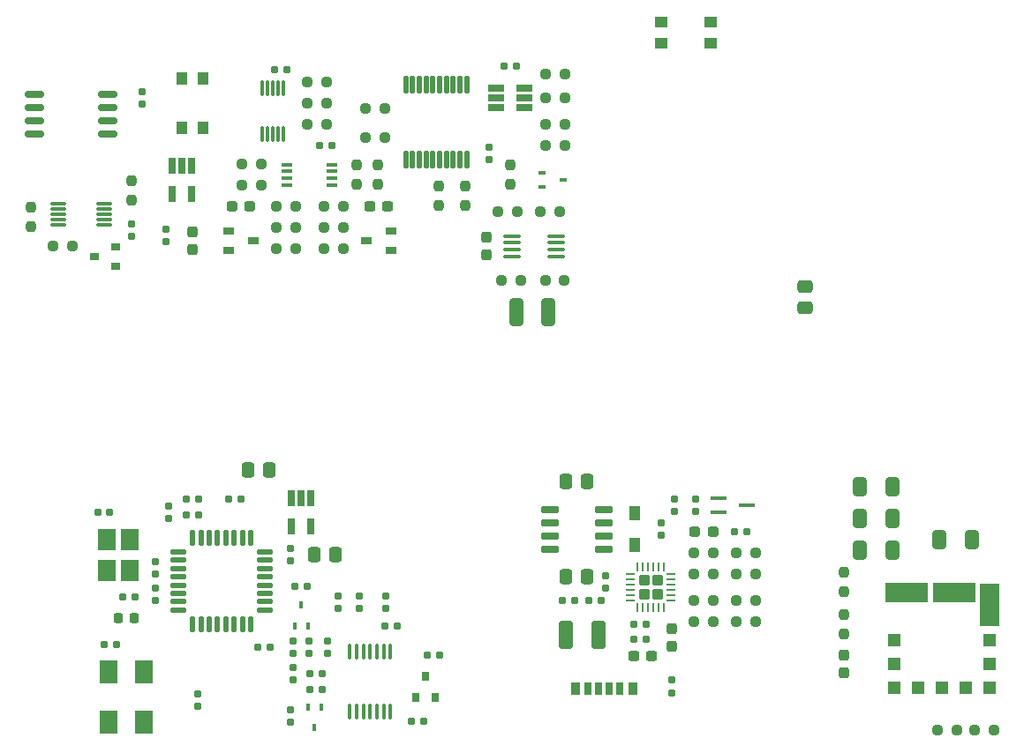
<source format=gtp>
G04 #@! TF.GenerationSoftware,KiCad,Pcbnew,(6.0.11-0)*
G04 #@! TF.CreationDate,2023-06-08T14:13:11+09:00*
G04 #@! TF.ProjectId,EH-900,45482d39-3030-42e6-9b69-6361645f7063,rev?*
G04 #@! TF.SameCoordinates,PX5f5e100PY510ff40*
G04 #@! TF.FileFunction,Paste,Top*
G04 #@! TF.FilePolarity,Positive*
%FSLAX46Y46*%
G04 Gerber Fmt 4.6, Leading zero omitted, Abs format (unit mm)*
G04 Created by KiCad (PCBNEW (6.0.11-0)) date 2023-06-08 14:13:11*
%MOMM*%
%LPD*%
G01*
G04 APERTURE LIST*
G04 Aperture macros list*
%AMRoundRect*
0 Rectangle with rounded corners*
0 $1 Rounding radius*
0 $2 $3 $4 $5 $6 $7 $8 $9 X,Y pos of 4 corners*
0 Add a 4 corners polygon primitive as box body*
4,1,4,$2,$3,$4,$5,$6,$7,$8,$9,$2,$3,0*
0 Add four circle primitives for the rounded corners*
1,1,$1+$1,$2,$3*
1,1,$1+$1,$4,$5*
1,1,$1+$1,$6,$7*
1,1,$1+$1,$8,$9*
0 Add four rect primitives between the rounded corners*
20,1,$1+$1,$2,$3,$4,$5,0*
20,1,$1+$1,$4,$5,$6,$7,0*
20,1,$1+$1,$6,$7,$8,$9,0*
20,1,$1+$1,$8,$9,$2,$3,0*%
G04 Aperture macros list end*
%ADD10R,0.700000X1.150000*%
%ADD11R,0.800000X1.150000*%
%ADD12R,0.900000X1.150000*%
%ADD13RoundRect,0.150000X0.725000X0.150000X-0.725000X0.150000X-0.725000X-0.150000X0.725000X-0.150000X0*%
%ADD14RoundRect,0.237500X0.250000X0.237500X-0.250000X0.237500X-0.250000X-0.237500X0.250000X-0.237500X0*%
%ADD15RoundRect,0.237500X0.237500X-0.250000X0.237500X0.250000X-0.237500X0.250000X-0.237500X-0.250000X0*%
%ADD16R,1.145000X1.145000*%
%ADD17R,4.190000X1.905000*%
%ADD18R,1.905000X4.190000*%
%ADD19R,0.900000X0.800000*%
%ADD20RoundRect,0.249997X0.412503X0.650003X-0.412503X0.650003X-0.412503X-0.650003X0.412503X-0.650003X0*%
%ADD21RoundRect,0.237500X0.237500X-0.300000X0.237500X0.300000X-0.237500X0.300000X-0.237500X-0.300000X0*%
%ADD22RoundRect,0.250000X0.275000X0.275000X-0.275000X0.275000X-0.275000X-0.275000X0.275000X-0.275000X0*%
%ADD23RoundRect,0.062500X0.062500X0.350000X-0.062500X0.350000X-0.062500X-0.350000X0.062500X-0.350000X0*%
%ADD24RoundRect,0.062500X0.350000X0.062500X-0.350000X0.062500X-0.350000X-0.062500X0.350000X-0.062500X0*%
%ADD25RoundRect,0.160000X0.160000X-0.197500X0.160000X0.197500X-0.160000X0.197500X-0.160000X-0.197500X0*%
%ADD26RoundRect,0.237500X0.287500X0.237500X-0.287500X0.237500X-0.287500X-0.237500X0.287500X-0.237500X0*%
%ADD27RoundRect,0.160000X-0.197500X-0.160000X0.197500X-0.160000X0.197500X0.160000X-0.197500X0.160000X0*%
%ADD28RoundRect,0.160000X-0.160000X0.197500X-0.160000X-0.197500X0.160000X-0.197500X0.160000X0.197500X0*%
%ADD29RoundRect,0.237500X-0.250000X-0.237500X0.250000X-0.237500X0.250000X0.237500X-0.250000X0.237500X0*%
%ADD30R,1.500000X0.450000*%
%ADD31R,1.100000X1.400000*%
%ADD32RoundRect,0.250000X-0.337500X-0.475000X0.337500X-0.475000X0.337500X0.475000X-0.337500X0.475000X0*%
%ADD33RoundRect,0.155000X-0.212500X-0.155000X0.212500X-0.155000X0.212500X0.155000X-0.212500X0.155000X0*%
%ADD34RoundRect,0.249997X-0.412503X-1.100003X0.412503X-1.100003X0.412503X1.100003X-0.412503X1.100003X0*%
%ADD35RoundRect,0.237500X-0.300000X-0.237500X0.300000X-0.237500X0.300000X0.237500X-0.300000X0.237500X0*%
%ADD36R,1.560000X0.650000*%
%ADD37RoundRect,0.075000X0.075000X-0.650000X0.075000X0.650000X-0.075000X0.650000X-0.075000X-0.650000X0*%
%ADD38RoundRect,0.250000X0.475000X-0.337500X0.475000X0.337500X-0.475000X0.337500X-0.475000X-0.337500X0*%
%ADD39RoundRect,0.155000X-0.155000X0.212500X-0.155000X-0.212500X0.155000X-0.212500X0.155000X0.212500X0*%
%ADD40RoundRect,0.155000X0.212500X0.155000X-0.212500X0.155000X-0.212500X-0.155000X0.212500X-0.155000X0*%
%ADD41RoundRect,0.160000X0.197500X0.160000X-0.197500X0.160000X-0.197500X-0.160000X0.197500X-0.160000X0*%
%ADD42R,1.800000X2.100000*%
%ADD43RoundRect,0.155000X0.155000X-0.212500X0.155000X0.212500X-0.155000X0.212500X-0.155000X-0.212500X0*%
%ADD44R,1.800000X2.250000*%
%ADD45RoundRect,0.250000X0.337500X0.475000X-0.337500X0.475000X-0.337500X-0.475000X0.337500X-0.475000X0*%
%ADD46R,0.700000X0.450000*%
%ADD47R,0.450000X0.700000*%
%ADD48RoundRect,0.100000X0.712500X0.100000X-0.712500X0.100000X-0.712500X-0.100000X0.712500X-0.100000X0*%
%ADD49R,1.100000X0.400000*%
%ADD50R,1.000000X0.800000*%
%ADD51RoundRect,0.237500X-0.237500X0.250000X-0.237500X-0.250000X0.237500X-0.250000X0.237500X0.250000X0*%
%ADD52RoundRect,0.249999X-0.400001X-1.075001X0.400001X-1.075001X0.400001X1.075001X-0.400001X1.075001X0*%
%ADD53RoundRect,0.112500X-0.112500X0.737500X-0.112500X-0.737500X0.112500X-0.737500X0.112500X0.737500X0*%
%ADD54RoundRect,0.075000X0.650000X0.075000X-0.650000X0.075000X-0.650000X-0.075000X0.650000X-0.075000X0*%
%ADD55RoundRect,0.150000X-0.800000X-0.150000X0.800000X-0.150000X0.800000X0.150000X-0.800000X0.150000X0*%
%ADD56R,0.650000X1.560000*%
%ADD57RoundRect,0.047500X0.427500X-0.577500X0.427500X0.577500X-0.427500X0.577500X-0.427500X-0.577500X0*%
%ADD58RoundRect,0.047500X0.577500X0.427500X-0.577500X0.427500X-0.577500X-0.427500X0.577500X-0.427500X0*%
%ADD59RoundRect,0.100000X0.100000X-0.637500X0.100000X0.637500X-0.100000X0.637500X-0.100000X-0.637500X0*%
%ADD60R,0.800000X0.900000*%
%ADD61RoundRect,0.125000X-0.125000X-0.625000X0.125000X-0.625000X0.125000X0.625000X-0.125000X0.625000X0*%
%ADD62RoundRect,0.125000X-0.625000X-0.125000X0.625000X-0.125000X0.625000X0.125000X-0.625000X0.125000X0*%
%ADD63RoundRect,0.218750X0.218750X0.256250X-0.218750X0.256250X-0.218750X-0.256250X0.218750X-0.256250X0*%
%ADD64RoundRect,0.237500X-0.237500X0.287500X-0.237500X-0.287500X0.237500X-0.287500X0.237500X0.287500X0*%
G04 APERTURE END LIST*
D10*
G04 #@! TO.C,J301*
X58500000Y5405000D03*
X57500000Y5405000D03*
D11*
X56480000Y5405000D03*
X59520000Y5405000D03*
D12*
X55250000Y5405000D03*
X60750000Y5405000D03*
G04 #@! TD*
D13*
G04 #@! TO.C,Q301*
X52797000Y18823000D03*
X52797000Y20093000D03*
X52797000Y21363000D03*
X52797000Y22633000D03*
X57947000Y22633000D03*
X57947000Y21363000D03*
X57947000Y20093000D03*
X57947000Y18823000D03*
G04 #@! TD*
D14*
G04 #@! TO.C,R320*
X90019500Y1424000D03*
X91844500Y1424000D03*
G04 #@! TD*
G04 #@! TO.C,R319*
X93575500Y1424000D03*
X95400500Y1424000D03*
G04 #@! TD*
D15*
G04 #@! TO.C,R318*
X81026000Y12496500D03*
X81026000Y10671500D03*
G04 #@! TD*
G04 #@! TO.C,R317*
X81026000Y16560500D03*
X81026000Y14735500D03*
G04 #@! TD*
D16*
G04 #@! TO.C,U302*
X85854000Y10060000D03*
D17*
X86994000Y14630000D03*
X91564000Y14630000D03*
D18*
X94994000Y13490000D03*
D16*
X94994000Y10060000D03*
X94994000Y5490000D03*
X90424000Y5490000D03*
X88134000Y5490000D03*
X85854000Y5490000D03*
X85854000Y7770000D03*
X94994000Y7770000D03*
X92714000Y5490000D03*
G04 #@! TD*
D19*
G04 #@! TO.C,D403*
X9160000Y46890000D03*
X11160000Y47840000D03*
X11160000Y45940000D03*
G04 #@! TD*
D20*
G04 #@! TO.C,C312*
X90131500Y19712000D03*
X93256500Y19712000D03*
G04 #@! TD*
D21*
G04 #@! TO.C,C311*
X81026000Y8636500D03*
X81026000Y6911500D03*
G04 #@! TD*
D20*
G04 #@! TO.C,C310*
X82511500Y24792000D03*
X85636500Y24792000D03*
G04 #@! TD*
G04 #@! TO.C,C309*
X82511500Y18696000D03*
X85636500Y18696000D03*
G04 #@! TD*
G04 #@! TO.C,C308*
X82511500Y21744000D03*
X85636500Y21744000D03*
G04 #@! TD*
D22*
G04 #@! TO.C,U301*
X61834000Y15790000D03*
X61834000Y14490000D03*
X63134000Y15790000D03*
X63134000Y14490000D03*
D23*
X63734000Y13202500D03*
X63234000Y13202500D03*
X62734000Y13202500D03*
X62234000Y13202500D03*
X61734000Y13202500D03*
X61234000Y13202500D03*
D24*
X60546500Y13890000D03*
X60546500Y14390000D03*
X60546500Y14890000D03*
X60546500Y15390000D03*
X60546500Y15890000D03*
X60546500Y16390000D03*
D23*
X61234000Y17077500D03*
X61734000Y17077500D03*
X62234000Y17077500D03*
X62734000Y17077500D03*
X63234000Y17077500D03*
X63734000Y17077500D03*
D24*
X64421500Y16390000D03*
X64421500Y15890000D03*
X64421500Y15390000D03*
X64421500Y14890000D03*
X64421500Y14390000D03*
X64421500Y13890000D03*
G04 #@! TD*
D25*
G04 #@! TO.C,R305*
X64516000Y6212500D03*
X64516000Y5017500D03*
G04 #@! TD*
D26*
G04 #@! TO.C,D302*
X66689000Y20474000D03*
X68439000Y20474000D03*
G04 #@! TD*
D27*
G04 #@! TO.C,R316*
X71717500Y20474000D03*
X70522500Y20474000D03*
G04 #@! TD*
D28*
G04 #@! TO.C,R315*
X66802000Y22416500D03*
X66802000Y23611500D03*
G04 #@! TD*
G04 #@! TO.C,R314*
X58166000Y15050500D03*
X58166000Y16245500D03*
G04 #@! TD*
D25*
G04 #@! TO.C,R313*
X63500000Y21325500D03*
X63500000Y20130500D03*
G04 #@! TD*
G04 #@! TO.C,R312*
X64770000Y23611500D03*
X64770000Y22416500D03*
G04 #@! TD*
D27*
G04 #@! TO.C,R311*
X55207500Y13870000D03*
X54012500Y13870000D03*
G04 #@! TD*
G04 #@! TO.C,R310*
X57747500Y13870000D03*
X56552500Y13870000D03*
G04 #@! TD*
D29*
G04 #@! TO.C,R309*
X68476500Y11838000D03*
X66651500Y11838000D03*
G04 #@! TD*
D14*
G04 #@! TO.C,R308*
X66651500Y13870000D03*
X68476500Y13870000D03*
G04 #@! TD*
G04 #@! TO.C,R307*
X70715500Y11838000D03*
X72540500Y11838000D03*
G04 #@! TD*
D29*
G04 #@! TO.C,R306*
X72540500Y13870000D03*
X70715500Y13870000D03*
G04 #@! TD*
G04 #@! TO.C,R304*
X68476500Y16410000D03*
X66651500Y16410000D03*
G04 #@! TD*
D14*
G04 #@! TO.C,R303*
X66651500Y18442000D03*
X68476500Y18442000D03*
G04 #@! TD*
G04 #@! TO.C,R302*
X70715500Y16410000D03*
X72540500Y16410000D03*
G04 #@! TD*
D29*
G04 #@! TO.C,R301*
X72540500Y18442000D03*
X70715500Y18442000D03*
G04 #@! TD*
D30*
G04 #@! TO.C,Q302*
X71688000Y23014000D03*
X69028000Y22364000D03*
X69028000Y23664000D03*
G04 #@! TD*
D31*
G04 #@! TO.C,D301*
X60960000Y19178000D03*
X60960000Y22278000D03*
G04 #@! TD*
D32*
G04 #@! TO.C,C307*
X56409500Y25300000D03*
X54334500Y25300000D03*
G04 #@! TD*
D21*
G04 #@! TO.C,C306*
X64516000Y11176500D03*
X64516000Y9451500D03*
G04 #@! TD*
D32*
G04 #@! TO.C,C305*
X56409500Y16156000D03*
X54334500Y16156000D03*
G04 #@! TD*
D33*
G04 #@! TO.C,C304*
X62035500Y11584000D03*
X60900500Y11584000D03*
G04 #@! TD*
G04 #@! TO.C,C303*
X62035500Y10187000D03*
X60900500Y10187000D03*
G04 #@! TD*
D34*
G04 #@! TO.C,C302*
X57442500Y10568000D03*
X54317500Y10568000D03*
G04 #@! TD*
D35*
G04 #@! TO.C,C301*
X62584500Y8536000D03*
X60859500Y8536000D03*
G04 #@! TD*
D36*
G04 #@! TO.C,U406*
X47672000Y62130000D03*
X47672000Y61180000D03*
X47672000Y63080000D03*
X50372000Y63080000D03*
X50372000Y62130000D03*
X50372000Y61180000D03*
G04 #@! TD*
D37*
G04 #@! TO.C,U403*
X25238000Y63070000D03*
X25738000Y63070000D03*
X26238000Y63070000D03*
X26738000Y63070000D03*
X27238000Y63070000D03*
X27238000Y58670000D03*
X26738000Y58670000D03*
X26238000Y58670000D03*
X25738000Y58670000D03*
X25238000Y58670000D03*
G04 #@! TD*
D38*
G04 #@! TO.C,C411*
X77292000Y44025500D03*
X77292000Y41950500D03*
G04 #@! TD*
D39*
G04 #@! TO.C,C405*
X16002000Y48354500D03*
X16002000Y49489500D03*
G04 #@! TD*
D14*
G04 #@! TO.C,R421*
X48185500Y44614000D03*
X50010500Y44614000D03*
G04 #@! TD*
D39*
G04 #@! TO.C,C209*
X31496000Y8830500D03*
X31496000Y9965500D03*
G04 #@! TD*
G04 #@! TO.C,C208*
X28194000Y8830500D03*
X28194000Y9965500D03*
G04 #@! TD*
G04 #@! TO.C,C206*
X14986000Y13910500D03*
X14986000Y15045500D03*
G04 #@! TD*
D40*
G04 #@! TO.C,C205*
X24832500Y9398000D03*
X25967500Y9398000D03*
G04 #@! TD*
D39*
G04 #@! TO.C,C204*
X16256000Y21784500D03*
X16256000Y22919500D03*
G04 #@! TD*
D40*
G04 #@! TO.C,C203*
X10100500Y9652000D03*
X11235500Y9652000D03*
G04 #@! TD*
D33*
G04 #@! TO.C,C202*
X13013500Y14224000D03*
X11878500Y14224000D03*
G04 #@! TD*
G04 #@! TO.C,C201*
X10600500Y22352000D03*
X9465500Y22352000D03*
G04 #@! TD*
D25*
G04 #@! TO.C,R217*
X32512000Y14313500D03*
X32512000Y13118500D03*
G04 #@! TD*
G04 #@! TO.C,R216*
X34544000Y14313500D03*
X34544000Y13118500D03*
G04 #@! TD*
D27*
G04 #@! TO.C,R215*
X42253500Y8636000D03*
X41058500Y8636000D03*
G04 #@! TD*
D25*
G04 #@! TO.C,R214*
X37084000Y14313500D03*
X37084000Y13118500D03*
G04 #@! TD*
D41*
G04 #@! TO.C,R213*
X36994500Y11430000D03*
X38189500Y11430000D03*
G04 #@! TD*
G04 #@! TO.C,R212*
X39534500Y2234000D03*
X40729500Y2234000D03*
G04 #@! TD*
D28*
G04 #@! TO.C,R211*
X19050000Y3720500D03*
X19050000Y4915500D03*
G04 #@! TD*
D25*
G04 #@! TO.C,R210*
X27940000Y3391500D03*
X27940000Y2196500D03*
G04 #@! TD*
D28*
G04 #@! TO.C,R209*
X28194000Y6260500D03*
X28194000Y7455500D03*
G04 #@! TD*
D27*
G04 #@! TO.C,R207*
X30952500Y5334000D03*
X29757500Y5334000D03*
G04 #@! TD*
G04 #@! TO.C,R205*
X29553500Y15240000D03*
X28358500Y15240000D03*
G04 #@! TD*
G04 #@! TO.C,R208*
X30950500Y6858000D03*
X29755500Y6858000D03*
G04 #@! TD*
D25*
G04 #@! TO.C,R206*
X29718000Y9995500D03*
X29718000Y8800500D03*
G04 #@! TD*
D27*
G04 #@! TO.C,R204*
X19139500Y22098000D03*
X17944500Y22098000D03*
G04 #@! TD*
G04 #@! TO.C,R203*
X23203500Y23622000D03*
X22008500Y23622000D03*
G04 #@! TD*
D28*
G04 #@! TO.C,R202*
X14986000Y16420500D03*
X14986000Y17615500D03*
G04 #@! TD*
D41*
G04 #@! TO.C,R201*
X17944500Y23622000D03*
X19139500Y23622000D03*
G04 #@! TD*
D42*
G04 #@! TO.C,Y201*
X12530000Y19686000D03*
X12530000Y16786000D03*
X10330000Y16786000D03*
X10330000Y19686000D03*
G04 #@! TD*
D39*
G04 #@! TO.C,C212*
X27940000Y17720500D03*
X27940000Y18855500D03*
G04 #@! TD*
D43*
G04 #@! TO.C,C407*
X12700000Y49997500D03*
X12700000Y48862500D03*
G04 #@! TD*
G04 #@! TO.C,C409*
X46990000Y57363500D03*
X46990000Y56228500D03*
G04 #@! TD*
D40*
G04 #@! TO.C,C408*
X48454500Y65178000D03*
X49589500Y65178000D03*
G04 #@! TD*
D39*
G04 #@! TO.C,C412*
X13716000Y61562500D03*
X13716000Y62697500D03*
G04 #@! TD*
D33*
G04 #@! TO.C,C406*
X27567500Y64832000D03*
X26432500Y64832000D03*
G04 #@! TD*
D40*
G04 #@! TO.C,C402*
X30750500Y57568000D03*
X31885500Y57568000D03*
G04 #@! TD*
D44*
G04 #@! TO.C,SW201*
X10492000Y2147000D03*
X10492000Y6997000D03*
X13892000Y6997000D03*
X13892000Y2147000D03*
G04 #@! TD*
D32*
G04 #@! TO.C,C213*
X32279500Y18288000D03*
X30204500Y18288000D03*
G04 #@! TD*
D45*
G04 #@! TO.C,C211*
X23854500Y26416000D03*
X25929500Y26416000D03*
G04 #@! TD*
D15*
G04 #@! TO.C,R424*
X42164000Y53644500D03*
X42164000Y51819500D03*
G04 #@! TD*
D29*
G04 #@! TO.C,R426*
X54252500Y62130000D03*
X52427500Y62130000D03*
G04 #@! TD*
D46*
G04 #@! TO.C,Q401*
X54086000Y54256000D03*
X52086000Y53606000D03*
X52086000Y54906000D03*
G04 #@! TD*
D47*
G04 #@! TO.C,Q202*
X30226000Y1667000D03*
X29576000Y3667000D03*
X30876000Y3667000D03*
G04 #@! TD*
G04 #@! TO.C,Q201*
X28956000Y13446000D03*
X29606000Y11446000D03*
X28306000Y11446000D03*
G04 #@! TD*
D35*
G04 #@! TO.C,C401*
X37260500Y51726000D03*
X35535500Y51726000D03*
G04 #@! TD*
D48*
G04 #@! TO.C,U408*
X49195500Y46931000D03*
X49195500Y47581000D03*
X49195500Y48231000D03*
X49195500Y48881000D03*
X53420500Y48881000D03*
X53420500Y48231000D03*
X53420500Y47581000D03*
X53420500Y46931000D03*
G04 #@! TD*
D49*
G04 #@! TO.C,U401*
X31868000Y55739000D03*
X31868000Y55089000D03*
X31868000Y54439000D03*
X31868000Y53789000D03*
X27568000Y53789000D03*
X27568000Y54439000D03*
X27568000Y55089000D03*
X27568000Y55739000D03*
G04 #@! TD*
D50*
G04 #@! TO.C,D402*
X35198000Y48424000D03*
X37598000Y49374000D03*
X37598000Y47474000D03*
G04 #@! TD*
G04 #@! TO.C,D401*
X24390000Y48424000D03*
X21990000Y47474000D03*
X21990000Y49374000D03*
G04 #@! TD*
D14*
G04 #@! TO.C,R403*
X26595500Y47662000D03*
X28420500Y47662000D03*
G04 #@! TD*
D29*
G04 #@! TO.C,R401*
X32992500Y47662000D03*
X31167500Y47662000D03*
G04 #@! TD*
G04 #@! TO.C,R425*
X36980500Y58320000D03*
X35155500Y58320000D03*
G04 #@! TD*
G04 #@! TO.C,R423*
X36980500Y61114000D03*
X35155500Y61114000D03*
G04 #@! TD*
G04 #@! TO.C,R422*
X7008500Y47906000D03*
X5183500Y47906000D03*
G04 #@! TD*
D51*
G04 #@! TO.C,R418*
X44704000Y51819500D03*
X44704000Y53644500D03*
G04 #@! TD*
D15*
G04 #@! TO.C,R417*
X49022000Y55676500D03*
X49022000Y53851500D03*
G04 #@! TD*
D14*
G04 #@! TO.C,R416*
X52427500Y64416000D03*
X54252500Y64416000D03*
G04 #@! TD*
D29*
G04 #@! TO.C,R414*
X31392500Y59590000D03*
X29567500Y59590000D03*
G04 #@! TD*
D14*
G04 #@! TO.C,R413*
X47855500Y51208000D03*
X49680500Y51208000D03*
G04 #@! TD*
D29*
G04 #@! TO.C,R412*
X31392500Y63654000D03*
X29567500Y63654000D03*
G04 #@! TD*
D14*
G04 #@! TO.C,R411*
X29567500Y61622000D03*
X31392500Y61622000D03*
G04 #@! TD*
D29*
G04 #@! TO.C,R410*
X25118500Y53758000D03*
X23293500Y53758000D03*
G04 #@! TD*
D51*
G04 #@! TO.C,R409*
X36322000Y53851500D03*
X36322000Y55676500D03*
G04 #@! TD*
G04 #@! TO.C,R408*
X34290000Y53851500D03*
X34290000Y55676500D03*
G04 #@! TD*
D29*
G04 #@! TO.C,R407*
X25118500Y55790000D03*
X23293500Y55790000D03*
G04 #@! TD*
G04 #@! TO.C,R406*
X32992500Y51726000D03*
X31167500Y51726000D03*
G04 #@! TD*
D14*
G04 #@! TO.C,R405*
X26595500Y51726000D03*
X28420500Y51726000D03*
G04 #@! TD*
G04 #@! TO.C,R404*
X26595500Y49694000D03*
X28420500Y49694000D03*
G04 #@! TD*
G04 #@! TO.C,R402*
X31167500Y49694000D03*
X32992500Y49694000D03*
G04 #@! TD*
G04 #@! TO.C,R415*
X52427500Y59590000D03*
X54252500Y59590000D03*
G04 #@! TD*
G04 #@! TO.C,R420*
X52427500Y57558000D03*
X54252500Y57558000D03*
G04 #@! TD*
D15*
G04 #@! TO.C,R431*
X3048000Y51612500D03*
X3048000Y49787500D03*
G04 #@! TD*
G04 #@! TO.C,R430*
X12700000Y54152500D03*
X12700000Y52327500D03*
G04 #@! TD*
D29*
G04 #@! TO.C,R429*
X53744500Y51208000D03*
X51919500Y51208000D03*
G04 #@! TD*
G04 #@! TO.C,R428*
X54178000Y44614000D03*
X52353000Y44614000D03*
G04 #@! TD*
D21*
G04 #@! TO.C,C413*
X46736000Y48768500D03*
X46736000Y47043500D03*
G04 #@! TD*
D52*
G04 #@! TO.C,R427*
X52680000Y41566000D03*
X49580000Y41566000D03*
G04 #@! TD*
D53*
G04 #@! TO.C,U407*
X44835000Y56244000D03*
X44185000Y56244000D03*
X43535000Y56244000D03*
X42885000Y56244000D03*
X42235000Y56244000D03*
X41585000Y56244000D03*
X40935000Y56244000D03*
X40285000Y56244000D03*
X39635000Y56244000D03*
X38985000Y56244000D03*
X38985000Y63444000D03*
X39635000Y63444000D03*
X40285000Y63444000D03*
X40935000Y63444000D03*
X41585000Y63444000D03*
X42235000Y63444000D03*
X42885000Y63444000D03*
X43535000Y63444000D03*
X44185000Y63444000D03*
X44835000Y63444000D03*
G04 #@! TD*
D54*
G04 #@! TO.C,U405*
X5674000Y49954000D03*
X5674000Y50454000D03*
X5674000Y50954000D03*
X5674000Y51454000D03*
X5674000Y51954000D03*
X10074000Y51954000D03*
X10074000Y51454000D03*
X10074000Y50954000D03*
X10074000Y50454000D03*
X10074000Y49954000D03*
G04 #@! TD*
D55*
G04 #@! TO.C,U402*
X10358000Y62511000D03*
X10358000Y61241000D03*
X10358000Y59971000D03*
X10358000Y58701000D03*
X3358000Y58701000D03*
X3358000Y59971000D03*
X3358000Y61241000D03*
X3358000Y62511000D03*
G04 #@! TD*
D56*
G04 #@! TO.C,U404*
X18476000Y52906000D03*
X16576000Y52906000D03*
X16576000Y55606000D03*
X17526000Y55606000D03*
X18476000Y55606000D03*
G04 #@! TD*
D57*
G04 #@! TO.C,L402*
X19542000Y59247000D03*
X19542000Y63997000D03*
X17542000Y63997000D03*
X17542000Y59247000D03*
G04 #@! TD*
D58*
G04 #@! TO.C,L401*
X68237000Y69388000D03*
X63487000Y69388000D03*
X63487000Y67388000D03*
X68237000Y67388000D03*
G04 #@! TD*
D59*
G04 #@! TO.C,U203*
X33610000Y8958500D03*
X34260000Y8958500D03*
X34910000Y8958500D03*
X35560000Y8958500D03*
X36210000Y8958500D03*
X36860000Y8958500D03*
X37510000Y8958500D03*
X37510000Y3233500D03*
X36860000Y3233500D03*
X36210000Y3233500D03*
X35560000Y3233500D03*
X34910000Y3233500D03*
X34260000Y3233500D03*
X33610000Y3233500D03*
G04 #@! TD*
D60*
G04 #@! TO.C,D201*
X40894000Y6588000D03*
X41844000Y4588000D03*
X39944000Y4588000D03*
G04 #@! TD*
D56*
G04 #@! TO.C,U204*
X29906000Y21002000D03*
X28006000Y21002000D03*
X28006000Y23702000D03*
X28956000Y23702000D03*
X29906000Y23702000D03*
G04 #@! TD*
D61*
G04 #@! TO.C,U201*
X18536000Y19923000D03*
X19336000Y19923000D03*
X20136000Y19923000D03*
X20936000Y19923000D03*
X21736000Y19923000D03*
X22536000Y19923000D03*
X23336000Y19923000D03*
X24136000Y19923000D03*
D62*
X25511000Y18548000D03*
X25511000Y17748000D03*
X25511000Y16948000D03*
X25511000Y16148000D03*
X25511000Y15348000D03*
X25511000Y14548000D03*
X25511000Y13748000D03*
X25511000Y12948000D03*
D61*
X24136000Y11573000D03*
X23336000Y11573000D03*
X22536000Y11573000D03*
X21736000Y11573000D03*
X20936000Y11573000D03*
X20136000Y11573000D03*
X19336000Y11573000D03*
X18536000Y11573000D03*
D62*
X17161000Y12948000D03*
X17161000Y13748000D03*
X17161000Y14548000D03*
X17161000Y15348000D03*
X17161000Y16148000D03*
X17161000Y16948000D03*
X17161000Y17748000D03*
X17161000Y18548000D03*
G04 #@! TD*
D63*
G04 #@! TO.C,L201*
X11404500Y12192000D03*
X12979500Y12192000D03*
G04 #@! TD*
D64*
G04 #@! TO.C,C404*
X18542000Y47539000D03*
X18542000Y49289000D03*
G04 #@! TD*
D26*
G04 #@! TO.C,C403*
X22315000Y51726000D03*
X24065000Y51726000D03*
G04 #@! TD*
M02*

</source>
